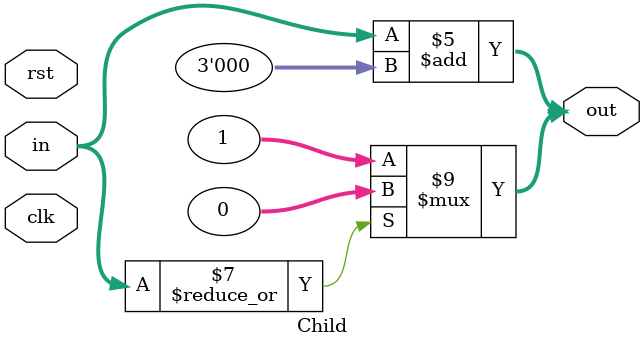
<source format=sv>

module Top // "top"
(
    input logic clk
);

// Variables generated for SystemC signals
logic rst;
logic signed [31:0] t;


//------------------------------------------------------------------------------
// Child module instances

Child child
(
  .clk(clk),
  .rst(rst),
  .in(t),
  .out(t)
);

endmodule



//==============================================================================
//
// Module: Child (test_var_multiple_use.cpp:62:5)
//
module Child // "top.child"
(
    input logic clk,
    input logic rst,
    input logic signed [31:0] in,
    output logic signed [31:0] out
);

// Variables generated for SystemC signals
logic signed [31:0] s;

// Local parameters generated for C++ constants
localparam logic [2:0] vv = '0;
localparam logic signed [31:0] c = 5;

//------------------------------------------------------------------------------
// Method process: methA (test_var_multiple_use.cpp:39:5) 

// Process-local variables
logic [2:0] v;

always_comb 
begin : methA     // test_var_multiple_use.cpp:39:5
    if (|in)
    begin
        v = c;
    end
    s = 2'd2 - v;
end

//------------------------------------------------------------------------------
// Method process: methB (test_var_multiple_use.cpp:45:5) 

always_comb 
begin : methB     // test_var_multiple_use.cpp:45:5
    out = in + vv;
end

//------------------------------------------------------------------------------
// Method process: methC (test_var_multiple_use.cpp:49:5) 

always_comb 
begin : methC     // test_var_multiple_use.cpp:49:5
    if (|in)
    begin
        out = '0;
    end else begin
        out = 1;
    end
end

endmodule



</source>
